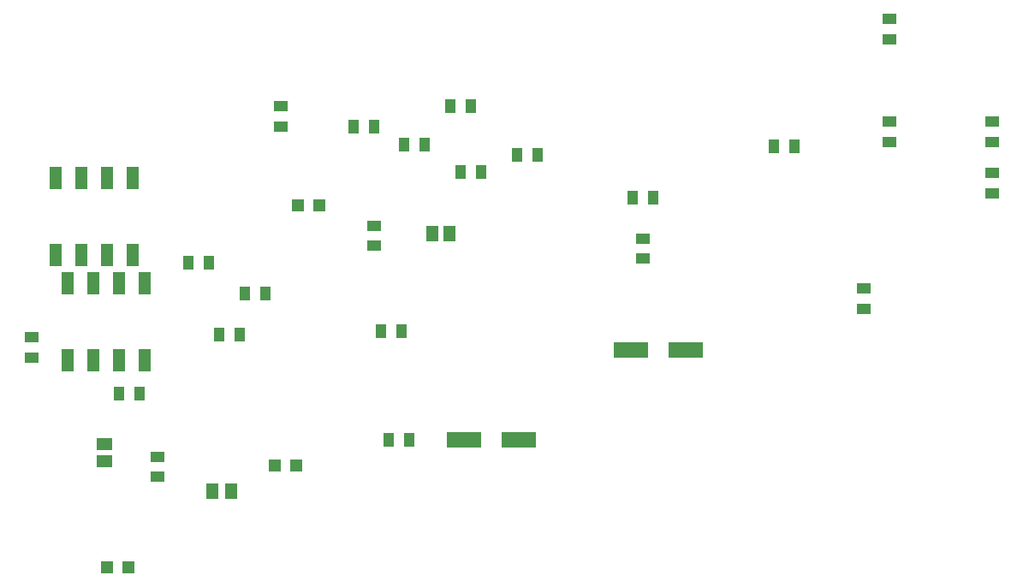
<source format=gtp>
G75*
G70*
%OFA0B0*%
%FSLAX24Y24*%
%IPPOS*%
%LPD*%
%AMOC8*
5,1,8,0,0,1.08239X$1,22.5*
%
%ADD10R,0.0551X0.0433*%
%ADD11R,0.0433X0.0551*%
%ADD12R,0.0472X0.0472*%
%ADD13R,0.1378X0.0630*%
%ADD14R,0.0512X0.0591*%
%ADD15R,0.0512X0.0630*%
%ADD16R,0.0591X0.0512*%
%ADD17R,0.0472X0.0866*%
D10*
X013933Y011706D03*
X013933Y012494D03*
X009033Y016356D03*
X009033Y017144D03*
X018733Y025356D03*
X018733Y026144D03*
X022383Y021494D03*
X022383Y020706D03*
X032833Y020994D03*
X032833Y020206D03*
X041433Y019044D03*
X041433Y018256D03*
X046433Y022756D03*
X046433Y023544D03*
X046433Y024756D03*
X046433Y025544D03*
X042433Y025544D03*
X042433Y024756D03*
X042433Y028756D03*
X042433Y029544D03*
D11*
X038727Y024600D03*
X037940Y024600D03*
X033227Y022600D03*
X032440Y022600D03*
X028727Y024250D03*
X027940Y024250D03*
X026527Y023600D03*
X025740Y023600D03*
X024327Y024650D03*
X023540Y024650D03*
X022377Y025350D03*
X021590Y025350D03*
X025340Y026150D03*
X026127Y026150D03*
X018127Y018850D03*
X017340Y018850D03*
X017127Y017250D03*
X016340Y017250D03*
X013227Y014950D03*
X012440Y014950D03*
X015140Y020050D03*
X015927Y020050D03*
X022640Y017400D03*
X023427Y017400D03*
X023727Y013150D03*
X022940Y013150D03*
D12*
X011970Y008200D03*
X012797Y008200D03*
X018520Y012150D03*
X019347Y012150D03*
X019420Y022300D03*
X020247Y022300D03*
D13*
X032370Y016650D03*
X034496Y016650D03*
X027996Y013150D03*
X025870Y013150D03*
D14*
X025318Y021200D03*
X024649Y021200D03*
D15*
X016807Y011150D03*
X016059Y011150D03*
D16*
X011883Y012315D03*
X011883Y012985D03*
D17*
X011433Y016254D03*
X012433Y016254D03*
X013433Y016254D03*
X010433Y016254D03*
X010433Y019246D03*
X011433Y019246D03*
X012433Y019246D03*
X013433Y019246D03*
X012983Y020354D03*
X011983Y020354D03*
X010983Y020354D03*
X009983Y020354D03*
X009983Y023346D03*
X010983Y023346D03*
X011983Y023346D03*
X012983Y023346D03*
M02*

</source>
